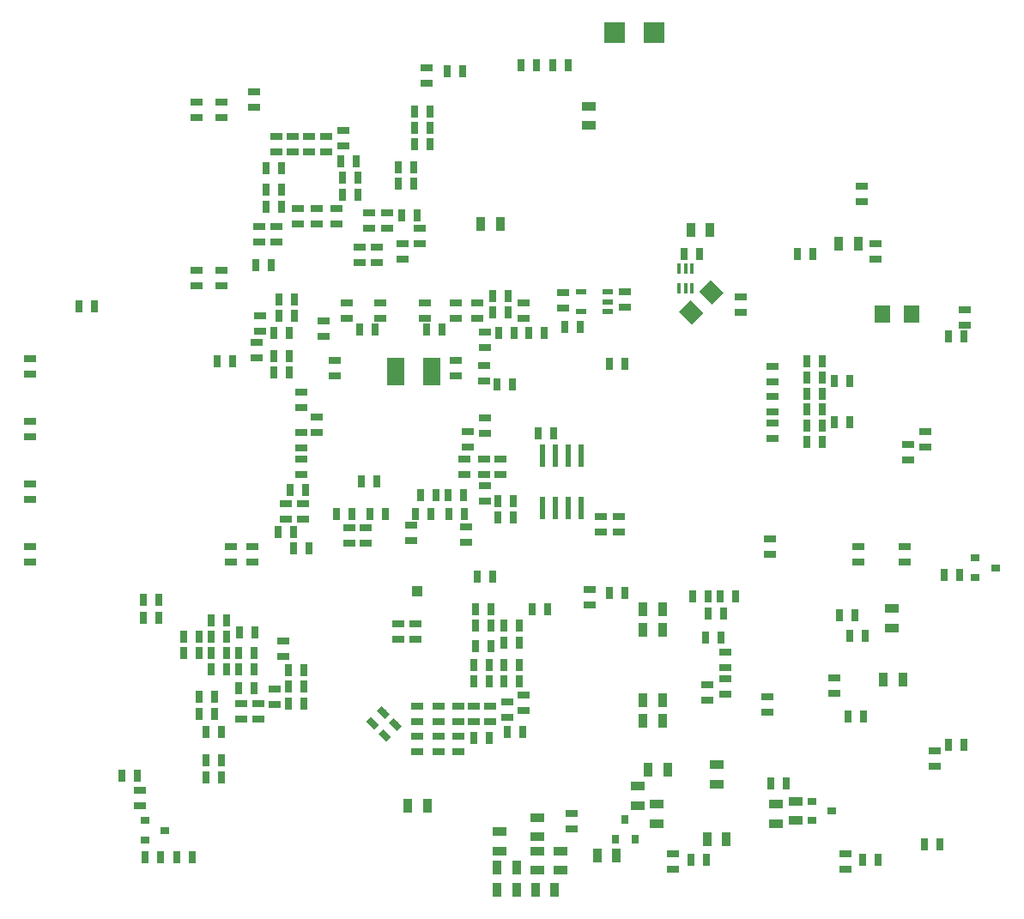
<source format=gbr>
G04 #@! TF.GenerationSoftware,KiCad,Pcbnew,5.0.2-bee76a0~70~ubuntu16.04.1*
G04 #@! TF.CreationDate,2019-02-17T19:23:45-08:00*
G04 #@! TF.ProjectId,hermeslite,6865726d-6573-46c6-9974-652e6b696361,2.0-build8*
G04 #@! TF.SameCoordinates,PX42c1d80PY2625a00*
G04 #@! TF.FileFunction,Paste,Bot*
G04 #@! TF.FilePolarity,Positive*
%FSLAX46Y46*%
G04 Gerber Fmt 4.6, Leading zero omitted, Abs format (unit mm)*
G04 Created by KiCad (PCBNEW 5.0.2-bee76a0~70~ubuntu16.04.1) date Sun 17 Feb 2019 07:23:45 PM PST*
%MOMM*%
%LPD*%
G01*
G04 APERTURE LIST*
%ADD10R,0.635000X1.143000*%
%ADD11C,1.600000*%
%ADD12C,0.100000*%
%ADD13R,1.143000X0.635000*%
%ADD14R,0.889000X1.397000*%
%ADD15R,1.600000X1.800000*%
%ADD16R,1.397000X0.889000*%
%ADD17C,0.635000*%
%ADD18R,1.050000X0.600000*%
%ADD19R,1.778000X2.794000*%
%ADD20R,0.600000X2.200000*%
%ADD21R,0.900000X0.800000*%
%ADD22R,0.800000X0.900000*%
%ADD23R,2.000000X2.100000*%
%ADD24R,1.000000X1.000000*%
%ADD25R,0.400000X1.000000*%
G04 APERTURE END LIST*
D10*
G04 #@! TO.C,C91*
X79462000Y-45700000D03*
X77938000Y-45700000D03*
G04 #@! TD*
D11*
G04 #@! TO.C,R123*
X68489949Y-32510051D03*
D12*
G36*
X68419238Y-31307969D02*
X69692031Y-32580762D01*
X68560660Y-33712133D01*
X67287867Y-32439340D01*
X68419238Y-31307969D01*
X68419238Y-31307969D01*
G37*
D11*
X66510051Y-34489949D03*
D12*
G36*
X66439340Y-33287867D02*
X67712133Y-34560660D01*
X66580762Y-35692031D01*
X65307969Y-34419238D01*
X66439340Y-33287867D01*
X66439340Y-33287867D01*
G37*
G04 #@! TD*
D13*
G04 #@! TO.C,R119*
X74300000Y-56838000D03*
X74300000Y-58362000D03*
G04 #@! TD*
G04 #@! TO.C,R118*
X83000000Y-57638000D03*
X83000000Y-59162000D03*
G04 #@! TD*
G04 #@! TO.C,R117*
X87600000Y-57638000D03*
X87600000Y-59162000D03*
G04 #@! TD*
D10*
G04 #@! TO.C,R115*
X77938000Y-47300000D03*
X79462000Y-47300000D03*
G04 #@! TD*
G04 #@! TO.C,R112*
X77938000Y-44100000D03*
X79462000Y-44100000D03*
G04 #@! TD*
G04 #@! TO.C,R109*
X77938000Y-42500000D03*
X79462000Y-42500000D03*
G04 #@! TD*
G04 #@! TO.C,R108*
X80638000Y-41300000D03*
X82162000Y-41300000D03*
G04 #@! TD*
G04 #@! TO.C,R104*
X77938000Y-39300000D03*
X79462000Y-39300000D03*
G04 #@! TD*
G04 #@! TO.C,C90*
X79462000Y-40900000D03*
X77938000Y-40900000D03*
G04 #@! TD*
D13*
G04 #@! TO.C,R107*
X74500000Y-42788000D03*
X74500000Y-44312000D03*
G04 #@! TD*
G04 #@! TO.C,R106*
X74500000Y-41362000D03*
X74500000Y-39838000D03*
G04 #@! TD*
G04 #@! TO.C,R53*
X87900000Y-49062000D03*
X87900000Y-47538000D03*
G04 #@! TD*
G04 #@! TO.C,R48*
X89600000Y-47762000D03*
X89600000Y-46238000D03*
G04 #@! TD*
G04 #@! TO.C,B111*
X74000000Y-72438000D03*
X74000000Y-73962000D03*
G04 #@! TD*
D14*
G04 #@! TO.C,C147*
X63652500Y-74800000D03*
X61747500Y-74800000D03*
G04 #@! TD*
G04 #@! TO.C,C146*
X63652500Y-65800000D03*
X61747500Y-65800000D03*
G04 #@! TD*
G04 #@! TO.C,C145*
X63652500Y-72800000D03*
X61747500Y-72800000D03*
G04 #@! TD*
G04 #@! TO.C,C144*
X63652500Y-63800000D03*
X61747500Y-63800000D03*
G04 #@! TD*
D10*
G04 #@! TO.C,R68*
X68162000Y-62500000D03*
X66638000Y-62500000D03*
G04 #@! TD*
G04 #@! TO.C,R67*
X70862000Y-62500000D03*
X69338000Y-62500000D03*
G04 #@! TD*
G04 #@! TO.C,B80*
X69462000Y-66600000D03*
X67938000Y-66600000D03*
G04 #@! TD*
D15*
G04 #@! TO.C,C43*
X85400000Y-34700000D03*
X88200000Y-34700000D03*
G04 #@! TD*
D14*
G04 #@! TO.C,C34*
X81047500Y-27700000D03*
X82952500Y-27700000D03*
G04 #@! TD*
G04 #@! TO.C,R61*
X87352500Y-70700000D03*
X85447500Y-70700000D03*
G04 #@! TD*
D16*
G04 #@! TO.C,R54*
X86300000Y-65652500D03*
X86300000Y-63747500D03*
G04 #@! TD*
D13*
G04 #@! TO.C,B81*
X54700000Y-83938000D03*
X54700000Y-85462000D03*
G04 #@! TD*
D16*
G04 #@! TO.C,L11*
X53600000Y-89552500D03*
X53600000Y-87647500D03*
G04 #@! TD*
D14*
G04 #@! TO.C,L10*
X47347500Y-91500000D03*
X49252500Y-91500000D03*
G04 #@! TD*
D16*
G04 #@! TO.C,C57*
X51300000Y-86252500D03*
X51300000Y-84347500D03*
G04 #@! TD*
D14*
G04 #@! TO.C,C56*
X51147500Y-91500000D03*
X53052500Y-91500000D03*
G04 #@! TD*
D16*
G04 #@! TO.C,C55*
X47600000Y-87652500D03*
X47600000Y-85747500D03*
G04 #@! TD*
G04 #@! TO.C,C54*
X51300000Y-87647500D03*
X51300000Y-89552500D03*
G04 #@! TD*
D14*
G04 #@! TO.C,C53*
X49252500Y-89300000D03*
X47347500Y-89300000D03*
G04 #@! TD*
D10*
G04 #@! TO.C,B98*
X75862000Y-81000000D03*
X74338000Y-81000000D03*
G04 #@! TD*
D16*
G04 #@! TO.C,R96*
X63100000Y-84952500D03*
X63100000Y-83047500D03*
G04 #@! TD*
G04 #@! TO.C,R93*
X74900000Y-83047500D03*
X74900000Y-84952500D03*
G04 #@! TD*
D14*
G04 #@! TO.C,C149*
X59152500Y-88100000D03*
X57247500Y-88100000D03*
G04 #@! TD*
D16*
G04 #@! TO.C,C148*
X76800000Y-84652500D03*
X76800000Y-82747500D03*
G04 #@! TD*
D13*
G04 #@! TO.C,B107*
X64700000Y-89462000D03*
X64700000Y-87938000D03*
G04 #@! TD*
G04 #@! TO.C,B104*
X81700000Y-89462000D03*
X81700000Y-87938000D03*
G04 #@! TD*
G04 #@! TO.C,R65*
X68100000Y-72762000D03*
X68100000Y-71238000D03*
G04 #@! TD*
G04 #@! TO.C,R55*
X69900000Y-69562000D03*
X69900000Y-68038000D03*
G04 #@! TD*
D10*
G04 #@! TO.C,R49*
X68138000Y-64200000D03*
X69662000Y-64200000D03*
G04 #@! TD*
D13*
G04 #@! TO.C,B75*
X69900000Y-72162000D03*
X69900000Y-70638000D03*
G04 #@! TD*
D10*
G04 #@! TO.C,J22*
X45438000Y-60600000D03*
X46962000Y-60600000D03*
G04 #@! TD*
D13*
G04 #@! TO.C,J9*
X50000000Y-73762000D03*
X50000000Y-72238000D03*
G04 #@! TD*
D17*
G04 #@! TO.C,B74*
X35061185Y-75038815D03*
D12*
G36*
X35240790Y-75667433D02*
X34432567Y-74859210D01*
X34881580Y-74410197D01*
X35689803Y-75218420D01*
X35240790Y-75667433D01*
X35240790Y-75667433D01*
G37*
D17*
X36138815Y-73961185D03*
D12*
G36*
X36318420Y-74589803D02*
X35510197Y-73781580D01*
X35959210Y-73332567D01*
X36767433Y-74140790D01*
X36318420Y-74589803D01*
X36318420Y-74589803D01*
G37*
G04 #@! TD*
D17*
G04 #@! TO.C,B72*
X36261185Y-76238815D03*
D12*
G36*
X36440790Y-76867433D02*
X35632567Y-76059210D01*
X36081580Y-75610197D01*
X36889803Y-76418420D01*
X36440790Y-76867433D01*
X36440790Y-76867433D01*
G37*
D17*
X37338815Y-75161185D03*
D12*
G36*
X37518420Y-75789803D02*
X36710197Y-74981580D01*
X37159210Y-74532567D01*
X37967433Y-75340790D01*
X37518420Y-75789803D01*
X37518420Y-75789803D01*
G37*
G04 #@! TD*
D10*
G04 #@! TO.C,FB20*
X50838000Y-63800000D03*
X52362000Y-63800000D03*
G04 #@! TD*
G04 #@! TO.C,FB19*
X49562000Y-70900000D03*
X48038000Y-70900000D03*
G04 #@! TD*
G04 #@! TO.C,FB18*
X49862000Y-75900000D03*
X48338000Y-75900000D03*
G04 #@! TD*
G04 #@! TO.C,FB17*
X45038000Y-76500000D03*
X46562000Y-76500000D03*
G04 #@! TD*
G04 #@! TO.C,C70*
X48038000Y-65400000D03*
X49562000Y-65400000D03*
G04 #@! TD*
G04 #@! TO.C,C69*
X46762000Y-63800000D03*
X45238000Y-63800000D03*
G04 #@! TD*
D13*
G04 #@! TO.C,C67*
X39300000Y-65238000D03*
X39300000Y-66762000D03*
G04 #@! TD*
D10*
G04 #@! TO.C,C66*
X48038000Y-69300000D03*
X49562000Y-69300000D03*
G04 #@! TD*
G04 #@! TO.C,C65*
X46562000Y-70900000D03*
X45038000Y-70900000D03*
G04 #@! TD*
D13*
G04 #@! TO.C,C64*
X46700000Y-74862000D03*
X46700000Y-73338000D03*
G04 #@! TD*
G04 #@! TO.C,C63*
X45100000Y-74862000D03*
X45100000Y-73338000D03*
G04 #@! TD*
G04 #@! TO.C,C62*
X43500000Y-76338000D03*
X43500000Y-77862000D03*
G04 #@! TD*
G04 #@! TO.C,C61*
X41600000Y-76338000D03*
X41600000Y-77862000D03*
G04 #@! TD*
G04 #@! TO.C,C60*
X39500000Y-76338000D03*
X39500000Y-77862000D03*
G04 #@! TD*
D10*
G04 #@! TO.C,B92*
X46762000Y-65400000D03*
X45238000Y-65400000D03*
G04 #@! TD*
G04 #@! TO.C,B91*
X46762000Y-67400000D03*
X45238000Y-67400000D03*
G04 #@! TD*
D13*
G04 #@! TO.C,B90*
X37600000Y-65238000D03*
X37600000Y-66762000D03*
G04 #@! TD*
D10*
G04 #@! TO.C,B89*
X46562000Y-69300000D03*
X45038000Y-69300000D03*
G04 #@! TD*
D13*
G04 #@! TO.C,B88*
X43500000Y-74862000D03*
X43500000Y-73338000D03*
G04 #@! TD*
G04 #@! TO.C,B87*
X41600000Y-74862000D03*
X41600000Y-73338000D03*
G04 #@! TD*
G04 #@! TO.C,B86*
X39500000Y-74862000D03*
X39500000Y-73338000D03*
G04 #@! TD*
D18*
G04 #@! TO.C,U17*
X58300000Y-32500000D03*
X58300000Y-33450000D03*
X58300000Y-34400000D03*
X55600000Y-34400000D03*
X55600000Y-32500000D03*
G04 #@! TD*
D13*
G04 #@! TO.C,C26*
X60000000Y-32438000D03*
X60000000Y-33962000D03*
G04 #@! TD*
G04 #@! TO.C,C25*
X53900000Y-32538000D03*
X53900000Y-34062000D03*
G04 #@! TD*
D10*
G04 #@! TO.C,B116*
X55562000Y-35900000D03*
X54038000Y-35900000D03*
G04 #@! TD*
D13*
G04 #@! TO.C,FB30*
X38000000Y-29262000D03*
X38000000Y-27738000D03*
G04 #@! TD*
D10*
G04 #@! TO.C,FB28*
X21262000Y-39300000D03*
X19738000Y-39300000D03*
G04 #@! TD*
D14*
G04 #@! TO.C,C24*
X47652500Y-25800000D03*
X45747500Y-25800000D03*
G04 #@! TD*
G04 #@! TO.C,C18*
X66447500Y-26400000D03*
X68352500Y-26400000D03*
G04 #@! TD*
D16*
G04 #@! TO.C,C15*
X56400000Y-16052500D03*
X56400000Y-14147500D03*
G04 #@! TD*
D13*
G04 #@! TO.C,R44*
X23200000Y-59162000D03*
X23200000Y-57638000D03*
G04 #@! TD*
G04 #@! TO.C,R43*
X21100000Y-59162000D03*
X21100000Y-57638000D03*
G04 #@! TD*
G04 #@! TO.C,R10*
X23800000Y-74662000D03*
X23800000Y-73138000D03*
G04 #@! TD*
D10*
G04 #@! TO.C,R36*
X20162000Y-80400000D03*
X18638000Y-80400000D03*
G04 #@! TD*
G04 #@! TO.C,J3*
X20162000Y-78700000D03*
X18638000Y-78700000D03*
G04 #@! TD*
G04 #@! TO.C,FB26*
X20662000Y-66500000D03*
X19138000Y-66500000D03*
G04 #@! TD*
G04 #@! TO.C,FB25*
X20662000Y-64900000D03*
X19138000Y-64900000D03*
G04 #@! TD*
G04 #@! TO.C,FB24*
X20662000Y-68100000D03*
X19138000Y-68100000D03*
G04 #@! TD*
D13*
G04 #@! TO.C,FB23*
X22100000Y-73138000D03*
X22100000Y-74662000D03*
G04 #@! TD*
D10*
G04 #@! TO.C,FB13*
X28262000Y-73100000D03*
X26738000Y-73100000D03*
G04 #@! TD*
G04 #@! TO.C,FB12*
X19462000Y-72400000D03*
X17938000Y-72400000D03*
G04 #@! TD*
G04 #@! TO.C,C41*
X19462000Y-74100000D03*
X17938000Y-74100000D03*
G04 #@! TD*
G04 #@! TO.C,C12*
X21838000Y-68100000D03*
X23362000Y-68100000D03*
G04 #@! TD*
D13*
G04 #@! TO.C,B115*
X25400000Y-73162000D03*
X25400000Y-71638000D03*
G04 #@! TD*
D10*
G04 #@! TO.C,B114*
X21838000Y-69700000D03*
X23362000Y-69700000D03*
G04 #@! TD*
D13*
G04 #@! TO.C,B113*
X26300000Y-66938000D03*
X26300000Y-68462000D03*
G04 #@! TD*
D10*
G04 #@! TO.C,B56*
X20162000Y-75900000D03*
X18638000Y-75900000D03*
G04 #@! TD*
G04 #@! TO.C,C45*
X17962000Y-66500000D03*
X16438000Y-66500000D03*
G04 #@! TD*
G04 #@! TO.C,C44*
X28262000Y-71400000D03*
X26738000Y-71400000D03*
G04 #@! TD*
G04 #@! TO.C,B64*
X17962000Y-68100000D03*
X16438000Y-68100000D03*
G04 #@! TD*
G04 #@! TO.C,B62*
X28262000Y-69800000D03*
X26738000Y-69800000D03*
G04 #@! TD*
G04 #@! TO.C,B61*
X21838000Y-71600000D03*
X23362000Y-71600000D03*
G04 #@! TD*
G04 #@! TO.C,B60*
X20662000Y-69700000D03*
X19138000Y-69700000D03*
G04 #@! TD*
G04 #@! TO.C,B59*
X23462000Y-66100000D03*
X21938000Y-66100000D03*
G04 #@! TD*
G04 #@! TO.C,R78*
X14162000Y-88300000D03*
X12638000Y-88300000D03*
G04 #@! TD*
D13*
G04 #@! TO.C,R77*
X12100000Y-81638000D03*
X12100000Y-83162000D03*
G04 #@! TD*
D10*
G04 #@! TO.C,R76*
X12438000Y-64600000D03*
X13962000Y-64600000D03*
G04 #@! TD*
G04 #@! TO.C,R75*
X12438000Y-62900000D03*
X13962000Y-62900000D03*
G04 #@! TD*
G04 #@! TO.C,C72*
X15738000Y-88300000D03*
X17262000Y-88300000D03*
G04 #@! TD*
G04 #@! TO.C,C71*
X11862000Y-80200000D03*
X10338000Y-80200000D03*
G04 #@! TD*
D13*
G04 #@! TO.C,R74*
X1300000Y-57638000D03*
X1300000Y-59162000D03*
G04 #@! TD*
G04 #@! TO.C,R73*
X1300000Y-51438000D03*
X1300000Y-52962000D03*
G04 #@! TD*
G04 #@! TO.C,R72*
X1300000Y-45238000D03*
X1300000Y-46762000D03*
G04 #@! TD*
G04 #@! TO.C,R71*
X1300000Y-39038000D03*
X1300000Y-40562000D03*
G04 #@! TD*
D10*
G04 #@! TO.C,FB8*
X51962000Y-36500000D03*
X50438000Y-36500000D03*
G04 #@! TD*
G04 #@! TO.C,FB7*
X26938000Y-52000000D03*
X28462000Y-52000000D03*
G04 #@! TD*
D13*
G04 #@! TO.C,FB6*
X47700000Y-48938000D03*
X47700000Y-50462000D03*
G04 #@! TD*
G04 #@! TO.C,FB5*
X23600000Y-38962000D03*
X23600000Y-37438000D03*
G04 #@! TD*
D10*
G04 #@! TO.C,FB4*
X48462000Y-32900000D03*
X46938000Y-32900000D03*
G04 #@! TD*
G04 #@! TO.C,FB3*
X28762000Y-57800000D03*
X27238000Y-57800000D03*
G04 #@! TD*
G04 #@! TO.C,FB2*
X42538000Y-52500000D03*
X44062000Y-52500000D03*
G04 #@! TD*
G04 #@! TO.C,FB1*
X27362000Y-33200000D03*
X25838000Y-33200000D03*
G04 #@! TD*
G04 #@! TO.C,C9*
X35462000Y-51200000D03*
X33938000Y-51200000D03*
G04 #@! TD*
D13*
G04 #@! TO.C,C8*
X31300000Y-40762000D03*
X31300000Y-39238000D03*
G04 #@! TD*
G04 #@! TO.C,C7*
X43300000Y-40762000D03*
X43300000Y-39238000D03*
G04 #@! TD*
D10*
G04 #@! TO.C,C6*
X39838000Y-52500000D03*
X41362000Y-52500000D03*
G04 #@! TD*
D19*
G04 #@! TO.C,C5*
X40878000Y-40300000D03*
X37322000Y-40300000D03*
G04 #@! TD*
D13*
G04 #@! TO.C,C4*
X50000000Y-35062000D03*
X50000000Y-33538000D03*
G04 #@! TD*
G04 #@! TO.C,C3*
X26500000Y-53338000D03*
X26500000Y-54862000D03*
G04 #@! TD*
G04 #@! TO.C,C2*
X46100000Y-50462000D03*
X46100000Y-48938000D03*
G04 #@! TD*
G04 #@! TO.C,C1*
X24000000Y-36362000D03*
X24000000Y-34838000D03*
G04 #@! TD*
D20*
G04 #@! TO.C,U1*
X51795000Y-53800000D03*
X51795000Y-48600000D03*
X53065000Y-53800000D03*
X53065000Y-48600000D03*
X54335000Y-53800000D03*
X54335000Y-48600000D03*
X55605000Y-53800000D03*
X55605000Y-48600000D03*
G04 #@! TD*
D13*
G04 #@! TO.C,R7*
X44100000Y-50462000D03*
X44100000Y-48938000D03*
G04 #@! TD*
G04 #@! TO.C,R6*
X44500000Y-47762000D03*
X44500000Y-46238000D03*
G04 #@! TD*
G04 #@! TO.C,R5*
X29600000Y-44838000D03*
X29600000Y-46362000D03*
G04 #@! TD*
D10*
G04 #@! TO.C,R4*
X58438000Y-39600000D03*
X59962000Y-39600000D03*
G04 #@! TD*
D13*
G04 #@! TO.C,R3*
X59400000Y-54638000D03*
X59400000Y-56162000D03*
G04 #@! TD*
G04 #@! TO.C,R2*
X57600000Y-54638000D03*
X57600000Y-56162000D03*
G04 #@! TD*
D10*
G04 #@! TO.C,R1*
X52962000Y-46400000D03*
X51438000Y-46400000D03*
G04 #@! TD*
D13*
G04 #@! TO.C,B35*
X46200000Y-46462000D03*
X46200000Y-44938000D03*
G04 #@! TD*
D10*
G04 #@! TO.C,B34*
X48862000Y-41600000D03*
X47338000Y-41600000D03*
G04 #@! TD*
D13*
G04 #@! TO.C,B33*
X40200000Y-33538000D03*
X40200000Y-35062000D03*
G04 #@! TD*
G04 #@! TO.C,B32*
X43300000Y-33538000D03*
X43300000Y-35062000D03*
G04 #@! TD*
G04 #@! TO.C,B31*
X32500000Y-33538000D03*
X32500000Y-35062000D03*
G04 #@! TD*
G04 #@! TO.C,B30*
X35800000Y-33538000D03*
X35800000Y-35062000D03*
G04 #@! TD*
D10*
G04 #@! TO.C,B29*
X25338000Y-40400000D03*
X26862000Y-40400000D03*
G04 #@! TD*
D13*
G04 #@! TO.C,B28*
X28000000Y-46338000D03*
X28000000Y-47862000D03*
G04 #@! TD*
G04 #@! TO.C,B13*
X34400000Y-57262000D03*
X34400000Y-55738000D03*
G04 #@! TD*
G04 #@! TO.C,B12*
X32800000Y-57262000D03*
X32800000Y-55738000D03*
G04 #@! TD*
D10*
G04 #@! TO.C,B11*
X49062000Y-36500000D03*
X47538000Y-36500000D03*
G04 #@! TD*
D13*
G04 #@! TO.C,B10*
X28200000Y-53338000D03*
X28200000Y-54862000D03*
G04 #@! TD*
D10*
G04 #@! TO.C,B9*
X48962000Y-53100000D03*
X47438000Y-53100000D03*
G04 #@! TD*
G04 #@! TO.C,B8*
X25338000Y-36500000D03*
X26862000Y-36500000D03*
G04 #@! TD*
D13*
G04 #@! TO.C,B7*
X44300000Y-57162000D03*
X44300000Y-55638000D03*
G04 #@! TD*
G04 #@! TO.C,B6*
X38900000Y-57062000D03*
X38900000Y-55538000D03*
G04 #@! TD*
D10*
G04 #@! TO.C,B5*
X46938000Y-34500000D03*
X48462000Y-34500000D03*
G04 #@! TD*
G04 #@! TO.C,B4*
X27262000Y-56200000D03*
X25738000Y-56200000D03*
G04 #@! TD*
G04 #@! TO.C,B3*
X48962000Y-54700000D03*
X47438000Y-54700000D03*
G04 #@! TD*
G04 #@! TO.C,B2*
X25838000Y-34800000D03*
X27362000Y-34800000D03*
G04 #@! TD*
G04 #@! TO.C,B27*
X42638000Y-54400000D03*
X44162000Y-54400000D03*
G04 #@! TD*
G04 #@! TO.C,B26*
X40862000Y-54400000D03*
X39338000Y-54400000D03*
G04 #@! TD*
G04 #@! TO.C,B25*
X36362000Y-54400000D03*
X34838000Y-54400000D03*
G04 #@! TD*
G04 #@! TO.C,B24*
X31538000Y-54400000D03*
X33062000Y-54400000D03*
G04 #@! TD*
D13*
G04 #@! TO.C,B23*
X28000000Y-50462000D03*
X28000000Y-48938000D03*
G04 #@! TD*
D10*
G04 #@! TO.C,B22*
X25338000Y-38800000D03*
X26862000Y-38800000D03*
G04 #@! TD*
D13*
G04 #@! TO.C,B21*
X28000000Y-42338000D03*
X28000000Y-43862000D03*
G04 #@! TD*
G04 #@! TO.C,B20*
X30200000Y-35338000D03*
X30200000Y-36862000D03*
G04 #@! TD*
D10*
G04 #@! TO.C,B19*
X41962000Y-36200000D03*
X40438000Y-36200000D03*
G04 #@! TD*
G04 #@! TO.C,B18*
X33838000Y-36200000D03*
X35362000Y-36200000D03*
G04 #@! TD*
D13*
G04 #@! TO.C,B17*
X45400000Y-35062000D03*
X45400000Y-33538000D03*
G04 #@! TD*
G04 #@! TO.C,B16*
X46200000Y-37962000D03*
X46200000Y-36438000D03*
G04 #@! TD*
G04 #@! TO.C,B15*
X46100000Y-39738000D03*
X46100000Y-41262000D03*
G04 #@! TD*
G04 #@! TO.C,B14*
X46200000Y-51638000D03*
X46200000Y-53162000D03*
G04 #@! TD*
D10*
G04 #@! TO.C,R29*
X39462000Y-24900000D03*
X37938000Y-24900000D03*
G04 #@! TD*
G04 #@! TO.C,R28*
X37638000Y-20200000D03*
X39162000Y-20200000D03*
G04 #@! TD*
G04 #@! TO.C,R27*
X39238000Y-16300000D03*
X40762000Y-16300000D03*
G04 #@! TD*
G04 #@! TO.C,R26*
X40762000Y-17900000D03*
X39238000Y-17900000D03*
G04 #@! TD*
G04 #@! TO.C,R25*
X39162000Y-21800000D03*
X37638000Y-21800000D03*
G04 #@! TD*
D13*
G04 #@! TO.C,R24*
X36500000Y-24638000D03*
X36500000Y-26162000D03*
G04 #@! TD*
G04 #@! TO.C,R23*
X35500000Y-29562000D03*
X35500000Y-28038000D03*
G04 #@! TD*
G04 #@! TO.C,R22*
X34700000Y-24638000D03*
X34700000Y-26162000D03*
G04 #@! TD*
G04 #@! TO.C,R21*
X33800000Y-29562000D03*
X33800000Y-28038000D03*
G04 #@! TD*
D10*
G04 #@! TO.C,R20*
X40762000Y-14700000D03*
X39238000Y-14700000D03*
G04 #@! TD*
D13*
G04 #@! TO.C,C35*
X39700000Y-26238000D03*
X39700000Y-27762000D03*
G04 #@! TD*
G04 #@! TO.C,R34*
X23400000Y-14262000D03*
X23400000Y-12738000D03*
G04 #@! TD*
G04 #@! TO.C,B39*
X20200000Y-30338000D03*
X20200000Y-31862000D03*
G04 #@! TD*
G04 #@! TO.C,B38*
X17700000Y-30338000D03*
X17700000Y-31862000D03*
G04 #@! TD*
G04 #@! TO.C,B37*
X17700000Y-15262000D03*
X17700000Y-13738000D03*
G04 #@! TD*
G04 #@! TO.C,B36*
X20200000Y-15262000D03*
X20200000Y-13738000D03*
G04 #@! TD*
D10*
G04 #@! TO.C,FB10*
X42438000Y-10700000D03*
X43962000Y-10700000D03*
G04 #@! TD*
D13*
G04 #@! TO.C,C39*
X40400000Y-10388000D03*
X40400000Y-11912000D03*
G04 #@! TD*
D10*
G04 #@! TO.C,B41*
X24538000Y-22400000D03*
X26062000Y-22400000D03*
G04 #@! TD*
G04 #@! TO.C,B40*
X24538000Y-20300000D03*
X26062000Y-20300000D03*
G04 #@! TD*
D13*
G04 #@! TO.C,B54*
X28800000Y-17138000D03*
X28800000Y-18662000D03*
G04 #@! TD*
G04 #@! TO.C,B53*
X30500000Y-17138000D03*
X30500000Y-18662000D03*
G04 #@! TD*
D10*
G04 #@! TO.C,B52*
X33462000Y-19600000D03*
X31938000Y-19600000D03*
G04 #@! TD*
D13*
G04 #@! TO.C,B51*
X25600000Y-27562000D03*
X25600000Y-26038000D03*
G04 #@! TD*
G04 #@! TO.C,B50*
X32200000Y-16538000D03*
X32200000Y-18062000D03*
G04 #@! TD*
D10*
G04 #@! TO.C,B49*
X33662000Y-21200000D03*
X32138000Y-21200000D03*
G04 #@! TD*
G04 #@! TO.C,B48*
X33662000Y-22900000D03*
X32138000Y-22900000D03*
G04 #@! TD*
D13*
G04 #@! TO.C,B47*
X31500000Y-25762000D03*
X31500000Y-24238000D03*
G04 #@! TD*
G04 #@! TO.C,B46*
X29600000Y-25762000D03*
X29600000Y-24238000D03*
G04 #@! TD*
G04 #@! TO.C,B45*
X27700000Y-25762000D03*
X27700000Y-24238000D03*
G04 #@! TD*
G04 #@! TO.C,B44*
X27200000Y-17138000D03*
X27200000Y-18662000D03*
G04 #@! TD*
D10*
G04 #@! TO.C,B43*
X24538000Y-24100000D03*
X26062000Y-24100000D03*
G04 #@! TD*
D13*
G04 #@! TO.C,B42*
X25600000Y-17138000D03*
X25600000Y-18662000D03*
G04 #@! TD*
D10*
G04 #@! TO.C,C68*
X48038000Y-67100000D03*
X49562000Y-67100000D03*
G04 #@! TD*
D14*
G04 #@! TO.C,C84*
X69952500Y-86500000D03*
X68047500Y-86500000D03*
G04 #@! TD*
D16*
G04 #@! TO.C,C85*
X61200000Y-81247500D03*
X61200000Y-83152500D03*
G04 #@! TD*
D14*
G04 #@! TO.C,R60*
X64152500Y-79600000D03*
X62247500Y-79600000D03*
G04 #@! TD*
D21*
G04 #@! TO.C,Q2*
X94500000Y-60650000D03*
X96500000Y-59700000D03*
X94500000Y-58750000D03*
G04 #@! TD*
D22*
G04 #@! TO.C,D7*
X60950000Y-86500000D03*
X60000000Y-84500000D03*
X59050000Y-86500000D03*
G04 #@! TD*
D21*
G04 #@! TO.C,D6*
X78400000Y-84650000D03*
X80400000Y-83700000D03*
X78400000Y-82750000D03*
G04 #@! TD*
D10*
G04 #@! TO.C,B119*
X82138000Y-66400000D03*
X83662000Y-66400000D03*
G04 #@! TD*
G04 #@! TO.C,B120*
X81938000Y-74400000D03*
X83462000Y-74400000D03*
G04 #@! TD*
G04 #@! TO.C,B122*
X67362000Y-28700000D03*
X65838000Y-28700000D03*
G04 #@! TD*
D14*
G04 #@! TO.C,C87*
X40452500Y-83200000D03*
X38547500Y-83200000D03*
G04 #@! TD*
D21*
G04 #@! TO.C,D8*
X12600000Y-86550000D03*
X14600000Y-85600000D03*
X12600000Y-84650000D03*
G04 #@! TD*
D23*
G04 #@! TO.C,D12*
X58920000Y-6900000D03*
X62880000Y-6900000D03*
G04 #@! TD*
D10*
G04 #@! TO.C,FB16*
X76938000Y-28700000D03*
X78462000Y-28700000D03*
G04 #@! TD*
G04 #@! TO.C,R126*
X91438000Y-60400000D03*
X92962000Y-60400000D03*
G04 #@! TD*
D24*
G04 #@! TO.C,TP9*
X39500000Y-62000000D03*
G04 #@! TD*
D25*
G04 #@! TO.C,U14*
X65300000Y-30200000D03*
X65950000Y-30200000D03*
X66600000Y-30200000D03*
X66600000Y-32150000D03*
X65950000Y-32150000D03*
X65300000Y-32150000D03*
G04 #@! TD*
D13*
G04 #@! TO.C,FB21*
X93500000Y-34238000D03*
X93500000Y-35762000D03*
G04 #@! TD*
D10*
G04 #@! TO.C,R130*
X91838000Y-36900000D03*
X93362000Y-36900000D03*
G04 #@! TD*
G04 #@! TO.C,R131*
X25062000Y-29800000D03*
X23538000Y-29800000D03*
G04 #@! TD*
D13*
G04 #@! TO.C,R132*
X23900000Y-27562000D03*
X23900000Y-26038000D03*
G04 #@! TD*
D10*
G04 #@! TO.C,R133*
X7662000Y-33900000D03*
X6138000Y-33900000D03*
G04 #@! TD*
D13*
G04 #@! TO.C,R135*
X48400000Y-72938000D03*
X48400000Y-74462000D03*
G04 #@! TD*
G04 #@! TO.C,J20*
X71400000Y-32938000D03*
X71400000Y-34462000D03*
G04 #@! TD*
G04 #@! TO.C,R70*
X56500000Y-63362000D03*
X56500000Y-61838000D03*
G04 #@! TD*
D10*
G04 #@! TO.C,R127*
X58438000Y-62200000D03*
X59962000Y-62200000D03*
G04 #@! TD*
G04 #@! TO.C,J32*
X67962000Y-88500000D03*
X66438000Y-88500000D03*
G04 #@! TD*
G04 #@! TO.C,J31*
X84962000Y-88500000D03*
X83438000Y-88500000D03*
G04 #@! TD*
D13*
G04 #@! TO.C,FB22*
X74500000Y-45438000D03*
X74500000Y-46962000D03*
G04 #@! TD*
D10*
G04 #@! TO.C,R95*
X81138000Y-64400000D03*
X82662000Y-64400000D03*
G04 #@! TD*
D13*
G04 #@! TO.C,R101*
X80600000Y-70538000D03*
X80600000Y-72062000D03*
G04 #@! TD*
D16*
G04 #@! TO.C,C92*
X69000000Y-81052500D03*
X69000000Y-79147500D03*
G04 #@! TD*
D10*
G04 #@! TO.C,J24*
X54362000Y-10100000D03*
X52838000Y-10100000D03*
G04 #@! TD*
G04 #@! TO.C,R8*
X51262000Y-10100000D03*
X49738000Y-10100000D03*
G04 #@! TD*
D13*
G04 #@! TO.C,R9*
X84700000Y-29262000D03*
X84700000Y-27738000D03*
G04 #@! TD*
G04 #@! TO.C,J1*
X90500000Y-77738000D03*
X90500000Y-79262000D03*
G04 #@! TD*
D10*
G04 #@! TO.C,J14*
X91062000Y-87000000D03*
X89538000Y-87000000D03*
G04 #@! TD*
D13*
G04 #@! TO.C,J15*
X83300000Y-23562000D03*
X83300000Y-22038000D03*
G04 #@! TD*
D10*
G04 #@! TO.C,J21*
X91838000Y-77200000D03*
X93362000Y-77200000D03*
G04 #@! TD*
G04 #@! TO.C,J26*
X80638000Y-45300000D03*
X82162000Y-45300000D03*
G04 #@! TD*
M02*

</source>
